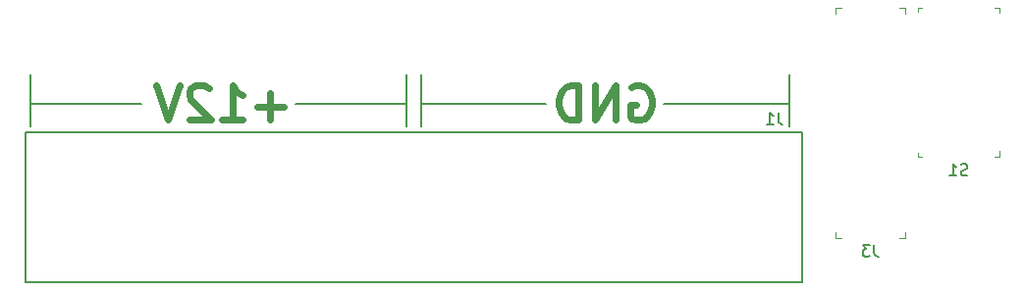
<source format=gbo>
G04 #@! TF.FileFunction,Legend,Bot*
%FSLAX46Y46*%
G04 Gerber Fmt 4.6, Leading zero omitted, Abs format (unit mm)*
G04 Created by KiCad (PCBNEW 4.0.7) date Sun Mar 11 13:24:21 2018*
%MOMM*%
%LPD*%
G01*
G04 APERTURE LIST*
%ADD10C,0.100000*%
%ADD11C,0.200000*%
%ADD12C,0.600000*%
%ADD13C,0.150000*%
G04 APERTURE END LIST*
D10*
D11*
X162560000Y-83820000D02*
X173355000Y-83820000D01*
X141605000Y-83820000D02*
X152400000Y-83820000D01*
X173355000Y-85725000D02*
X173355000Y-81280000D01*
X107950000Y-83820000D02*
X117475000Y-83820000D01*
X107950000Y-81280000D02*
X107950000Y-83820000D01*
X107950000Y-85725000D02*
X107950000Y-81280000D01*
X140335000Y-83820000D02*
X130810000Y-83820000D01*
X141605000Y-81280000D02*
X141605000Y-85725000D01*
X140335000Y-85725000D02*
X140335000Y-81280000D01*
D12*
X129745714Y-84034286D02*
X127460000Y-84034286D01*
X128602857Y-85177143D02*
X128602857Y-82891429D01*
X124460000Y-85177143D02*
X126174285Y-85177143D01*
X125317143Y-85177143D02*
X125317143Y-82177143D01*
X125602857Y-82605714D01*
X125888571Y-82891429D01*
X126174285Y-83034286D01*
X123317142Y-82462857D02*
X123174285Y-82320000D01*
X122888571Y-82177143D01*
X122174285Y-82177143D01*
X121888571Y-82320000D01*
X121745714Y-82462857D01*
X121602857Y-82748571D01*
X121602857Y-83034286D01*
X121745714Y-83462857D01*
X123460000Y-85177143D01*
X121602857Y-85177143D01*
X120745714Y-82177143D02*
X119745714Y-85177143D01*
X118745714Y-82177143D01*
X159765714Y-82320000D02*
X160051428Y-82177143D01*
X160479999Y-82177143D01*
X160908571Y-82320000D01*
X161194285Y-82605714D01*
X161337142Y-82891429D01*
X161479999Y-83462857D01*
X161479999Y-83891429D01*
X161337142Y-84462857D01*
X161194285Y-84748571D01*
X160908571Y-85034286D01*
X160479999Y-85177143D01*
X160194285Y-85177143D01*
X159765714Y-85034286D01*
X159622857Y-84891429D01*
X159622857Y-83891429D01*
X160194285Y-83891429D01*
X158337142Y-85177143D02*
X158337142Y-82177143D01*
X156622857Y-85177143D01*
X156622857Y-82177143D01*
X155194285Y-85177143D02*
X155194285Y-82177143D01*
X154480000Y-82177143D01*
X154051428Y-82320000D01*
X153765714Y-82605714D01*
X153622857Y-82891429D01*
X153480000Y-83462857D01*
X153480000Y-83891429D01*
X153622857Y-84462857D01*
X153765714Y-84748571D01*
X154051428Y-85034286D01*
X154480000Y-85177143D01*
X155194285Y-85177143D01*
D13*
X174470000Y-99210000D02*
X107470000Y-99210000D01*
X174470000Y-86210000D02*
X107470000Y-86210000D01*
X174470000Y-86210000D02*
X174470000Y-99210000D01*
X107470000Y-86210000D02*
X107470000Y-99210000D01*
D10*
X183340000Y-75510000D02*
X183340000Y-76010000D01*
X183340000Y-75510000D02*
X182840000Y-75510000D01*
X177340000Y-75510000D02*
X177840000Y-75510000D01*
X177340000Y-75510000D02*
X177340000Y-76010000D01*
X177340000Y-95410000D02*
X177340000Y-94910000D01*
X177340000Y-95410000D02*
X177840000Y-95410000D01*
X183340000Y-95410000D02*
X182840000Y-95410000D01*
X183340000Y-95410000D02*
X183340000Y-94910000D01*
X191485000Y-88365000D02*
X191060000Y-88365000D01*
X191485000Y-88340000D02*
X191485000Y-87890000D01*
X191485000Y-75465000D02*
X191485000Y-75915000D01*
X191485000Y-75465000D02*
X191060000Y-75465000D01*
X184435000Y-75465000D02*
X184810000Y-75465000D01*
X184435000Y-75465000D02*
X184435000Y-75865000D01*
X184435000Y-87990000D02*
X184435000Y-88365000D01*
X184435000Y-88365000D02*
X184785000Y-88365000D01*
D13*
X172418333Y-84542381D02*
X172418333Y-85256667D01*
X172465953Y-85399524D01*
X172561191Y-85494762D01*
X172704048Y-85542381D01*
X172799286Y-85542381D01*
X171418333Y-85542381D02*
X171989762Y-85542381D01*
X171704048Y-85542381D02*
X171704048Y-84542381D01*
X171799286Y-84685238D01*
X171894524Y-84780476D01*
X171989762Y-84828095D01*
X180673333Y-95972381D02*
X180673333Y-96686667D01*
X180720953Y-96829524D01*
X180816191Y-96924762D01*
X180959048Y-96972381D01*
X181054286Y-96972381D01*
X180292381Y-95972381D02*
X179673333Y-95972381D01*
X180006667Y-96353333D01*
X179863809Y-96353333D01*
X179768571Y-96400952D01*
X179720952Y-96448571D01*
X179673333Y-96543810D01*
X179673333Y-96781905D01*
X179720952Y-96877143D01*
X179768571Y-96924762D01*
X179863809Y-96972381D01*
X180149524Y-96972381D01*
X180244762Y-96924762D01*
X180292381Y-96877143D01*
X188721905Y-89939762D02*
X188579048Y-89987381D01*
X188340952Y-89987381D01*
X188245714Y-89939762D01*
X188198095Y-89892143D01*
X188150476Y-89796905D01*
X188150476Y-89701667D01*
X188198095Y-89606429D01*
X188245714Y-89558810D01*
X188340952Y-89511190D01*
X188531429Y-89463571D01*
X188626667Y-89415952D01*
X188674286Y-89368333D01*
X188721905Y-89273095D01*
X188721905Y-89177857D01*
X188674286Y-89082619D01*
X188626667Y-89035000D01*
X188531429Y-88987381D01*
X188293333Y-88987381D01*
X188150476Y-89035000D01*
X187198095Y-89987381D02*
X187769524Y-89987381D01*
X187483810Y-89987381D02*
X187483810Y-88987381D01*
X187579048Y-89130238D01*
X187674286Y-89225476D01*
X187769524Y-89273095D01*
M02*

</source>
